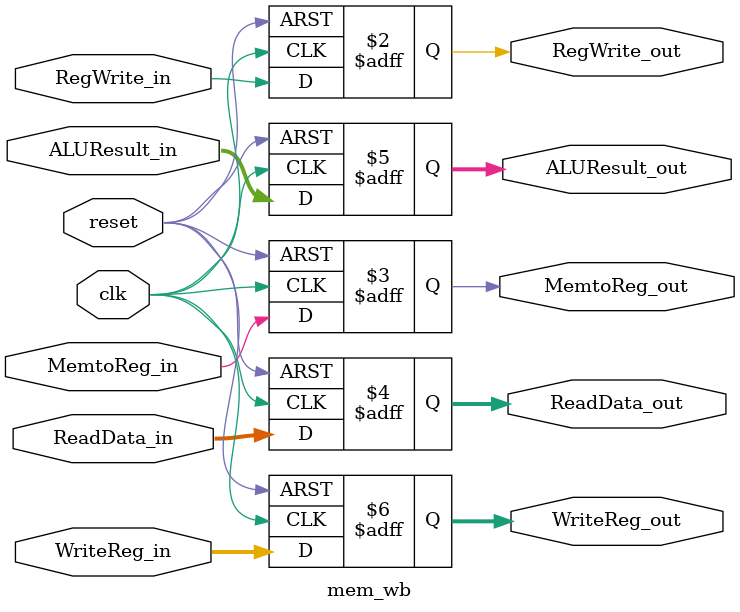
<source format=v>
module mem_wb( clk, reset, RegWrite_in, MemtoReg_in, ReadData_in, ALUResult_in, WriteReg_in, RegWrite_out, MemtoReg_out, ReadData_out, ALUResult_out,  WriteReg_out ); 
    input clk;         // Clock signal
    input reset;       // Reset signal
    input RegWrite_in; // Control signal: Write to register
    input MemtoReg_in; // Control signal: Memory to register
    input [31:0] ReadData_in; // Data read from memory
    input [31:0] ALUResult_in; // ALU result
    input [4:0] WriteReg_in; // Destination register address

    output reg RegWrite_out;  // Control signal: Write to register
    output reg MemtoReg_out;  // Control signal: Memory to register
    output reg [31:0] ReadData_out; // Data read from memory
    output reg [31:0] ALUResult_out; // ALU result
    output reg [4:0] WriteReg_out;    // Destination register address


always @(posedge clk or posedge reset) begin
    if (reset) begin
        // Reset all outputs
        RegWrite_out <= 0;
        MemtoReg_out <= 0;
        ReadData_out <= 0;
        ALUResult_out <= 0;
        WriteReg_out <= 0;
    end else begin
        // Pass values from inputs to outputs
        RegWrite_out <= RegWrite_in;
        MemtoReg_out <= MemtoReg_in;
        ReadData_out <= ReadData_in;
        ALUResult_out <= ALUResult_in;
        WriteReg_out <= WriteReg_in;
    end
end






endmodule

</source>
